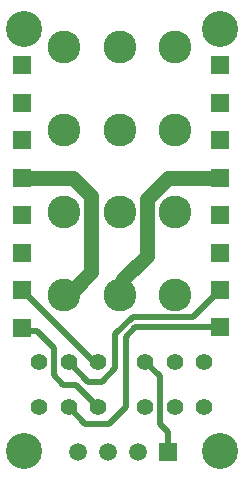
<source format=gbl>
G04*
G04 #@! TF.GenerationSoftware,Altium Limited,Altium Designer,23.0.1 (38)*
G04*
G04 Layer_Physical_Order=2*
G04 Layer_Color=16711680*
%FSLAX44Y44*%
%MOMM*%
G71*
G04*
G04 #@! TF.SameCoordinates,7A5085C4-4797-47AF-811B-807956FF0137*
G04*
G04*
G04 #@! TF.FilePolarity,Positive*
G04*
G01*
G75*
%ADD18C,0.5080*%
%ADD19C,1.2700*%
%ADD20R,1.5000X1.5000*%
%ADD21C,1.4000*%
%ADD22C,3.0480*%
%ADD23C,2.7750*%
%ADD24C,1.5000*%
D18*
X136540Y44450D02*
Y84440D01*
X143510Y20320D02*
Y37480D01*
X136540Y44450D02*
X143510Y37480D01*
X124460Y96520D02*
X136540Y84440D01*
X115824Y125984D02*
X187960D01*
X107950Y58420D02*
Y118110D01*
X115824Y125984D01*
X99060Y91700D02*
Y119996D01*
X113779Y134715D02*
X165195D01*
X99060Y119996D02*
X113779Y134715D01*
X73660Y44450D02*
X93980D01*
X107950Y58420D01*
X59690D02*
X73660Y44450D01*
X76200Y80010D02*
X87370D01*
X99060Y91700D01*
X165195Y134715D02*
X187960Y157480D01*
X59690Y96520D02*
X76200Y80010D01*
X23574Y122476D02*
X32464D01*
X20320Y125730D02*
X23574Y122476D01*
X32464D02*
X46770Y108170D01*
X20320Y157480D02*
X79573Y98227D01*
X82983D01*
X84690Y96520D01*
X65640Y77470D02*
X84690Y58420D01*
X54610Y77470D02*
X65640D01*
X46770Y85310D02*
X54610Y77470D01*
X46770Y85310D02*
Y108170D01*
X34690Y58420D02*
X36397Y56713D01*
D19*
X59942Y153670D02*
X78740Y172467D01*
Y237490D01*
X63500Y252730D02*
X78740Y237490D01*
X105750Y156550D02*
Y166710D01*
X125730Y186690D01*
Y234950D01*
X102870Y153670D02*
X105750Y156550D01*
X125730Y234950D02*
X143510Y252730D01*
X187960D01*
X20320D02*
X63500D01*
X55870Y153670D02*
X59942D01*
D20*
X187960Y220980D02*
D03*
Y189230D02*
D03*
X20320Y157480D02*
D03*
Y347980D02*
D03*
X187960D02*
D03*
X20320Y252730D02*
D03*
Y284480D02*
D03*
Y316230D02*
D03*
X187960Y284480D02*
D03*
Y316230D02*
D03*
Y252730D02*
D03*
X20320Y125730D02*
D03*
X187960Y125984D02*
D03*
Y157480D02*
D03*
X20320Y220980D02*
D03*
Y189230D02*
D03*
X143510Y20320D02*
D03*
D21*
X124460Y96520D02*
D03*
X149460D02*
D03*
X174460D02*
D03*
X124460Y58420D02*
D03*
X149460D02*
D03*
X174460D02*
D03*
X34690D02*
D03*
X59690D02*
D03*
X84690D02*
D03*
X34690Y96520D02*
D03*
X59690D02*
D03*
X84690D02*
D03*
D22*
X187960Y378460D02*
D03*
X21590D02*
D03*
X187960Y21590D02*
D03*
X21590D02*
D03*
D23*
X55870Y363220D02*
D03*
X102870D02*
D03*
X149870D02*
D03*
X55870Y293370D02*
D03*
X102870D02*
D03*
X149870D02*
D03*
X55870Y223520D02*
D03*
X102870D02*
D03*
X55870Y153670D02*
D03*
X102870D02*
D03*
X149870D02*
D03*
Y223520D02*
D03*
D24*
X67310Y20320D02*
D03*
X92710D02*
D03*
X118110D02*
D03*
M02*

</source>
